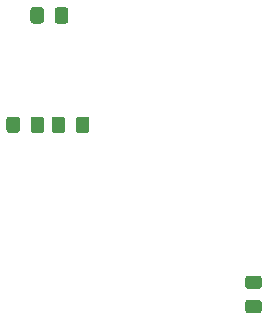
<source format=gbp>
G04 #@! TF.GenerationSoftware,KiCad,Pcbnew,(5.1.6)-1*
G04 #@! TF.CreationDate,2024-01-17T07:30:29-05:00*
G04 #@! TF.ProjectId,amiga-2000-usb-kb-stamp,616d6967-612d-4323-9030-302d7573622d,rev?*
G04 #@! TF.SameCoordinates,Original*
G04 #@! TF.FileFunction,Paste,Bot*
G04 #@! TF.FilePolarity,Positive*
%FSLAX46Y46*%
G04 Gerber Fmt 4.6, Leading zero omitted, Abs format (unit mm)*
G04 Created by KiCad (PCBNEW (5.1.6)-1) date 2024-01-17 07:30:29*
%MOMM*%
%LPD*%
G01*
G04 APERTURE LIST*
G04 APERTURE END LIST*
G36*
G01*
X160232000Y-76384999D02*
X160232000Y-77285001D01*
G75*
G02*
X159982001Y-77535000I-249999J0D01*
G01*
X159331999Y-77535000D01*
G75*
G02*
X159082000Y-77285001I0J249999D01*
G01*
X159082000Y-76384999D01*
G75*
G02*
X159331999Y-76135000I249999J0D01*
G01*
X159982001Y-76135000D01*
G75*
G02*
X160232000Y-76384999I0J-249999D01*
G01*
G37*
G36*
G01*
X158182000Y-76384999D02*
X158182000Y-77285001D01*
G75*
G02*
X157932001Y-77535000I-249999J0D01*
G01*
X157281999Y-77535000D01*
G75*
G02*
X157032000Y-77285001I0J249999D01*
G01*
X157032000Y-76384999D01*
G75*
G02*
X157281999Y-76135000I249999J0D01*
G01*
X157932001Y-76135000D01*
G75*
G02*
X158182000Y-76384999I0J-249999D01*
G01*
G37*
G36*
G01*
X154354000Y-76384999D02*
X154354000Y-77285001D01*
G75*
G02*
X154104001Y-77535000I-249999J0D01*
G01*
X153453999Y-77535000D01*
G75*
G02*
X153204000Y-77285001I0J249999D01*
G01*
X153204000Y-76384999D01*
G75*
G02*
X153453999Y-76135000I249999J0D01*
G01*
X154104001Y-76135000D01*
G75*
G02*
X154354000Y-76384999I0J-249999D01*
G01*
G37*
G36*
G01*
X156404000Y-76384999D02*
X156404000Y-77285001D01*
G75*
G02*
X156154001Y-77535000I-249999J0D01*
G01*
X155503999Y-77535000D01*
G75*
G02*
X155254000Y-77285001I0J249999D01*
G01*
X155254000Y-76384999D01*
G75*
G02*
X155503999Y-76135000I249999J0D01*
G01*
X156154001Y-76135000D01*
G75*
G02*
X156404000Y-76384999I0J-249999D01*
G01*
G37*
G36*
G01*
X158445000Y-67113999D02*
X158445000Y-68014001D01*
G75*
G02*
X158195001Y-68264000I-249999J0D01*
G01*
X157544999Y-68264000D01*
G75*
G02*
X157295000Y-68014001I0J249999D01*
G01*
X157295000Y-67113999D01*
G75*
G02*
X157544999Y-66864000I249999J0D01*
G01*
X158195001Y-66864000D01*
G75*
G02*
X158445000Y-67113999I0J-249999D01*
G01*
G37*
G36*
G01*
X156395000Y-67113999D02*
X156395000Y-68014001D01*
G75*
G02*
X156145001Y-68264000I-249999J0D01*
G01*
X155494999Y-68264000D01*
G75*
G02*
X155245000Y-68014001I0J249999D01*
G01*
X155245000Y-67113999D01*
G75*
G02*
X155494999Y-66864000I249999J0D01*
G01*
X156145001Y-66864000D01*
G75*
G02*
X156395000Y-67113999I0J-249999D01*
G01*
G37*
G36*
G01*
X173666999Y-91645000D02*
X174567001Y-91645000D01*
G75*
G02*
X174817000Y-91894999I0J-249999D01*
G01*
X174817000Y-92545001D01*
G75*
G02*
X174567001Y-92795000I-249999J0D01*
G01*
X173666999Y-92795000D01*
G75*
G02*
X173417000Y-92545001I0J249999D01*
G01*
X173417000Y-91894999D01*
G75*
G02*
X173666999Y-91645000I249999J0D01*
G01*
G37*
G36*
G01*
X173666999Y-89595000D02*
X174567001Y-89595000D01*
G75*
G02*
X174817000Y-89844999I0J-249999D01*
G01*
X174817000Y-90495001D01*
G75*
G02*
X174567001Y-90745000I-249999J0D01*
G01*
X173666999Y-90745000D01*
G75*
G02*
X173417000Y-90495001I0J249999D01*
G01*
X173417000Y-89844999D01*
G75*
G02*
X173666999Y-89595000I249999J0D01*
G01*
G37*
M02*

</source>
